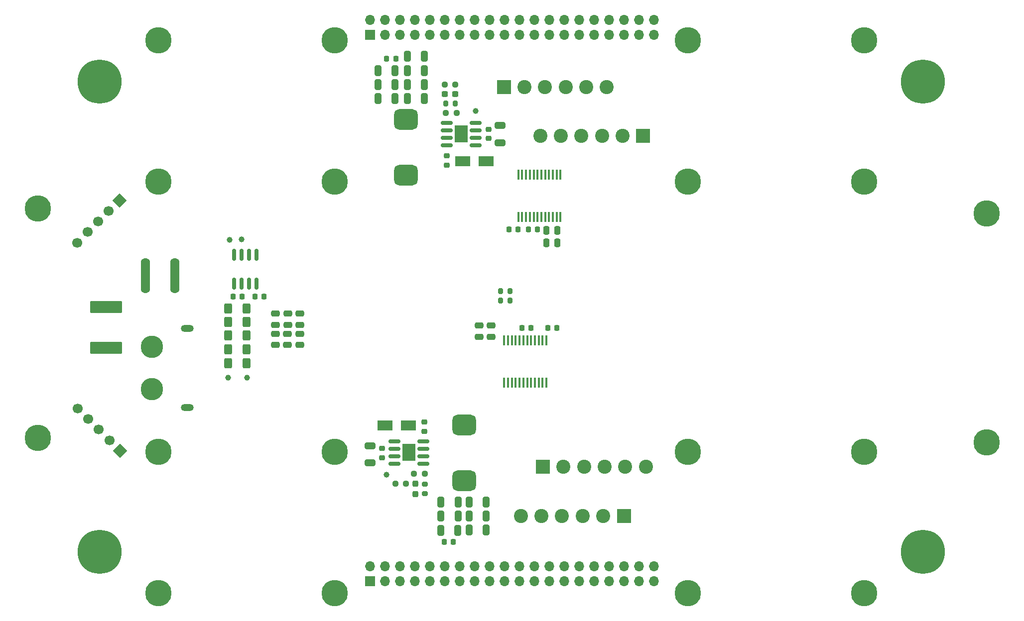
<source format=gbr>
%TF.GenerationSoftware,KiCad,Pcbnew,(6.0.9)*%
%TF.CreationDate,2023-02-26T12:01:52+02:00*%
%TF.ProjectId,Power,506f7765-722e-46b6-9963-61645f706362,rev?*%
%TF.SameCoordinates,Original*%
%TF.FileFunction,Soldermask,Bot*%
%TF.FilePolarity,Negative*%
%FSLAX46Y46*%
G04 Gerber Fmt 4.6, Leading zero omitted, Abs format (unit mm)*
G04 Created by KiCad (PCBNEW (6.0.9)) date 2023-02-26 12:01:52*
%MOMM*%
%LPD*%
G01*
G04 APERTURE LIST*
G04 Aperture macros list*
%AMRoundRect*
0 Rectangle with rounded corners*
0 $1 Rounding radius*
0 $2 $3 $4 $5 $6 $7 $8 $9 X,Y pos of 4 corners*
0 Add a 4 corners polygon primitive as box body*
4,1,4,$2,$3,$4,$5,$6,$7,$8,$9,$2,$3,0*
0 Add four circle primitives for the rounded corners*
1,1,$1+$1,$2,$3*
1,1,$1+$1,$4,$5*
1,1,$1+$1,$6,$7*
1,1,$1+$1,$8,$9*
0 Add four rect primitives between the rounded corners*
20,1,$1+$1,$2,$3,$4,$5,0*
20,1,$1+$1,$4,$5,$6,$7,0*
20,1,$1+$1,$6,$7,$8,$9,0*
20,1,$1+$1,$8,$9,$2,$3,0*%
%AMHorizOval*
0 Thick line with rounded ends*
0 $1 width*
0 $2 $3 position (X,Y) of the first rounded end (center of the circle)*
0 $4 $5 position (X,Y) of the second rounded end (center of the circle)*
0 Add line between two ends*
20,1,$1,$2,$3,$4,$5,0*
0 Add two circle primitives to create the rounded ends*
1,1,$1,$2,$3*
1,1,$1,$4,$5*%
%AMRotRect*
0 Rectangle, with rotation*
0 The origin of the aperture is its center*
0 $1 length*
0 $2 width*
0 $3 Rotation angle, in degrees counterclockwise*
0 Add horizontal line*
21,1,$1,$2,0,0,$3*%
G04 Aperture macros list end*
%ADD10O,1.600000X6.000000*%
%ADD11O,2.200000X1.200000*%
%ADD12C,3.800000*%
%ADD13RotRect,1.700000X1.700000X315.000000*%
%ADD14HorizOval,1.700000X0.000000X0.000000X0.000000X0.000000X0*%
%ADD15C,7.500000*%
%ADD16C,4.700000*%
%ADD17C,4.500000*%
%ADD18R,1.700000X1.700000*%
%ADD19O,1.700000X1.700000*%
%ADD20RotRect,1.700000X1.700000X225.000000*%
%ADD21HorizOval,1.700000X0.000000X0.000000X0.000000X0.000000X0*%
%ADD22RoundRect,0.250000X-0.475000X0.250000X-0.475000X-0.250000X0.475000X-0.250000X0.475000X0.250000X0*%
%ADD23RoundRect,0.875000X-1.125000X0.875000X-1.125000X-0.875000X1.125000X-0.875000X1.125000X0.875000X0*%
%ADD24RoundRect,0.250000X-0.325000X-0.650000X0.325000X-0.650000X0.325000X0.650000X-0.325000X0.650000X0*%
%ADD25RoundRect,0.250000X0.325000X0.650000X-0.325000X0.650000X-0.325000X-0.650000X0.325000X-0.650000X0*%
%ADD26RoundRect,0.225000X-0.225000X-0.250000X0.225000X-0.250000X0.225000X0.250000X-0.225000X0.250000X0*%
%ADD27RoundRect,0.200000X0.200000X0.275000X-0.200000X0.275000X-0.200000X-0.275000X0.200000X-0.275000X0*%
%ADD28RoundRect,0.250001X2.474999X-0.799999X2.474999X0.799999X-2.474999X0.799999X-2.474999X-0.799999X0*%
%ADD29RoundRect,0.225000X0.225000X0.250000X-0.225000X0.250000X-0.225000X-0.250000X0.225000X-0.250000X0*%
%ADD30RoundRect,0.250000X0.650000X-0.325000X0.650000X0.325000X-0.650000X0.325000X-0.650000X-0.325000X0*%
%ADD31RoundRect,0.200000X-0.200000X-0.275000X0.200000X-0.275000X0.200000X0.275000X-0.200000X0.275000X0*%
%ADD32RoundRect,0.237500X-0.250000X-0.237500X0.250000X-0.237500X0.250000X0.237500X-0.250000X0.237500X0*%
%ADD33R,2.400000X2.400000*%
%ADD34C,2.400000*%
%ADD35RoundRect,0.250000X-0.400000X-0.625000X0.400000X-0.625000X0.400000X0.625000X-0.400000X0.625000X0*%
%ADD36R,0.450000X1.750000*%
%ADD37RoundRect,0.237500X0.250000X0.237500X-0.250000X0.237500X-0.250000X-0.237500X0.250000X-0.237500X0*%
%ADD38C,1.000000*%
%ADD39RoundRect,0.237500X0.237500X-0.300000X0.237500X0.300000X-0.237500X0.300000X-0.237500X-0.300000X0*%
%ADD40RoundRect,0.225000X0.250000X-0.225000X0.250000X0.225000X-0.250000X0.225000X-0.250000X-0.225000X0*%
%ADD41R,2.500000X1.800000*%
%ADD42RoundRect,0.875000X1.125000X-0.875000X1.125000X0.875000X-1.125000X0.875000X-1.125000X-0.875000X0*%
%ADD43RoundRect,0.225000X-0.250000X0.225000X-0.250000X-0.225000X0.250000X-0.225000X0.250000X0.225000X0*%
%ADD44RoundRect,0.200000X0.275000X-0.200000X0.275000X0.200000X-0.275000X0.200000X-0.275000X-0.200000X0*%
%ADD45RoundRect,0.250000X0.475000X-0.250000X0.475000X0.250000X-0.475000X0.250000X-0.475000X-0.250000X0*%
%ADD46RoundRect,0.150000X-0.150000X0.825000X-0.150000X-0.825000X0.150000X-0.825000X0.150000X0.825000X0*%
%ADD47RoundRect,0.150000X-0.825000X-0.150000X0.825000X-0.150000X0.825000X0.150000X-0.825000X0.150000X0*%
%ADD48R,2.290000X3.000000*%
%ADD49RoundRect,0.237500X0.300000X0.237500X-0.300000X0.237500X-0.300000X-0.237500X0.300000X-0.237500X0*%
%ADD50RoundRect,0.250000X0.250000X0.475000X-0.250000X0.475000X-0.250000X-0.475000X0.250000X-0.475000X0*%
%ADD51RoundRect,0.150000X0.825000X0.150000X-0.825000X0.150000X-0.825000X-0.150000X0.825000X-0.150000X0*%
%ADD52RoundRect,0.250000X-0.650000X0.325000X-0.650000X-0.325000X0.650000X-0.325000X0.650000X0.325000X0*%
G04 APERTURE END LIST*
D10*
%TO.C,SW1*%
X57820000Y-98020000D03*
X52820000Y-98020000D03*
%TD*%
D11*
%TO.C,J1*%
X59910000Y-106959936D03*
X59910000Y-120460064D03*
D12*
X53910000Y-110110051D03*
X53910000Y-117309949D03*
%TD*%
D13*
%TO.C,J8*%
X48400000Y-85200000D03*
D14*
X46603949Y-86996051D03*
X44807898Y-88792102D03*
X43011846Y-90588154D03*
X41215795Y-92384205D03*
%TD*%
D15*
%TO.C,H3*%
X45000000Y-65000000D03*
D16*
X45000000Y-65000000D03*
%TD*%
%TO.C,H1*%
X185000000Y-145000000D03*
D15*
X185000000Y-145000000D03*
%TD*%
D17*
%TO.C,H9*%
X195800000Y-126400000D03*
%TD*%
D16*
%TO.C,H4*%
X45000000Y-145000000D03*
D15*
X45000000Y-145000000D03*
%TD*%
D18*
%TO.C,J6*%
X91000000Y-57000000D03*
D19*
X91000000Y-54460000D03*
X93540000Y-57000000D03*
X93540000Y-54460000D03*
X96080000Y-57000000D03*
X96080000Y-54460000D03*
X98620000Y-57000000D03*
X98620000Y-54460000D03*
X101160000Y-57000000D03*
X101160000Y-54460000D03*
X103700000Y-57000000D03*
X103700000Y-54460000D03*
X106240000Y-57000000D03*
X106240000Y-54460000D03*
X108780000Y-57000000D03*
X108780000Y-54460000D03*
X111320000Y-57000000D03*
X111320000Y-54460000D03*
X113860000Y-57000000D03*
X113860000Y-54460000D03*
X116400000Y-57000000D03*
X116400000Y-54460000D03*
X118940000Y-57000000D03*
X118940000Y-54460000D03*
X121480000Y-57000000D03*
X121480000Y-54460000D03*
X124020000Y-57000000D03*
X124020000Y-54460000D03*
X126560000Y-57000000D03*
X126560000Y-54460000D03*
X129100000Y-57000000D03*
X129100000Y-54460000D03*
X131640000Y-57000000D03*
X131640000Y-54460000D03*
X134180000Y-57000000D03*
X134180000Y-54460000D03*
X136720000Y-57000000D03*
X136720000Y-54460000D03*
X139260000Y-57000000D03*
X139260000Y-54460000D03*
%TD*%
D17*
%TO.C,H11*%
X195800000Y-87400000D03*
%TD*%
%TO.C,H10*%
X34500000Y-125600000D03*
%TD*%
D20*
%TO.C,J9*%
X48500000Y-127800000D03*
D21*
X46703949Y-126003949D03*
X44907898Y-124207898D03*
X43111846Y-122411846D03*
X41315795Y-120615795D03*
%TD*%
D17*
%TO.C,H12*%
X34500000Y-86600000D03*
%TD*%
D15*
%TO.C,H2*%
X185000000Y-65000000D03*
D16*
X185000000Y-65000000D03*
%TD*%
D18*
%TO.C,J7*%
X91000000Y-150000000D03*
D19*
X91000000Y-147460000D03*
X93540000Y-150000000D03*
X93540000Y-147460000D03*
X96080000Y-150000000D03*
X96080000Y-147460000D03*
X98620000Y-150000000D03*
X98620000Y-147460000D03*
X101160000Y-150000000D03*
X101160000Y-147460000D03*
X103700000Y-150000000D03*
X103700000Y-147460000D03*
X106240000Y-150000000D03*
X106240000Y-147460000D03*
X108780000Y-150000000D03*
X108780000Y-147460000D03*
X111320000Y-150000000D03*
X111320000Y-147460000D03*
X113860000Y-150000000D03*
X113860000Y-147460000D03*
X116400000Y-150000000D03*
X116400000Y-147460000D03*
X118940000Y-150000000D03*
X118940000Y-147460000D03*
X121480000Y-150000000D03*
X121480000Y-147460000D03*
X124020000Y-150000000D03*
X124020000Y-147460000D03*
X126560000Y-150000000D03*
X126560000Y-147460000D03*
X129100000Y-150000000D03*
X129100000Y-147460000D03*
X131640000Y-150000000D03*
X131640000Y-147460000D03*
X134180000Y-150000000D03*
X134180000Y-147460000D03*
X136720000Y-150000000D03*
X136720000Y-147460000D03*
X139260000Y-150000000D03*
X139260000Y-147460000D03*
%TD*%
D22*
%TO.C,C3*%
X79100000Y-107900000D03*
X79100000Y-109800000D03*
%TD*%
D23*
%TO.C,L1*%
X107025000Y-123400000D03*
X107025000Y-132900000D03*
%TD*%
D22*
%TO.C,C10*%
X111600000Y-106500000D03*
X111600000Y-108400000D03*
%TD*%
D24*
%TO.C,C29*%
X97325000Y-63100000D03*
X100275000Y-63100000D03*
%TD*%
D25*
%TO.C,C18*%
X105975000Y-138900000D03*
X103025000Y-138900000D03*
%TD*%
D26*
%TO.C,C2*%
X71425000Y-101600000D03*
X72975000Y-101600000D03*
%TD*%
D27*
%TO.C,R4*%
X105525000Y-68700000D03*
X103875000Y-68700000D03*
%TD*%
D28*
%TO.C,F1*%
X46100000Y-110275000D03*
X46100000Y-103325000D03*
%TD*%
D22*
%TO.C,C39*%
X76990000Y-107900000D03*
X76990000Y-109800000D03*
%TD*%
D29*
%TO.C,C8*%
X116175000Y-90100000D03*
X114625000Y-90100000D03*
%TD*%
D26*
%TO.C,C4*%
X116825000Y-106900000D03*
X118375000Y-106900000D03*
%TD*%
D30*
%TO.C,C24*%
X113125000Y-75370000D03*
X113125000Y-72420000D03*
%TD*%
D31*
%TO.C,R1*%
X113175000Y-100600000D03*
X114825000Y-100600000D03*
%TD*%
D32*
%TO.C,R6*%
X103887500Y-70300000D03*
X105712500Y-70300000D03*
%TD*%
D33*
%TO.C,J3*%
X113750000Y-65900000D03*
D34*
X117250000Y-65900000D03*
X120750000Y-65900000D03*
X124250000Y-65900000D03*
X127750000Y-65900000D03*
X131250000Y-65900000D03*
%TD*%
D35*
%TO.C,R9*%
X66900000Y-110500000D03*
X70000000Y-110500000D03*
%TD*%
D36*
%TO.C,U1*%
X116225000Y-80800000D03*
X116875000Y-80800000D03*
X117525000Y-80800000D03*
X118175000Y-80800000D03*
X118825000Y-80800000D03*
X119475000Y-80800000D03*
X120125000Y-80800000D03*
X120775000Y-80800000D03*
X121425000Y-80800000D03*
X122075000Y-80800000D03*
X122725000Y-80800000D03*
X123375000Y-80800000D03*
X123375000Y-88000000D03*
X122725000Y-88000000D03*
X122075000Y-88000000D03*
X121425000Y-88000000D03*
X120775000Y-88000000D03*
X120125000Y-88000000D03*
X119475000Y-88000000D03*
X118825000Y-88000000D03*
X118175000Y-88000000D03*
X117525000Y-88000000D03*
X116875000Y-88000000D03*
X116225000Y-88000000D03*
%TD*%
D37*
%TO.C,R5*%
X100312500Y-131700000D03*
X98487500Y-131700000D03*
%TD*%
D38*
%TO.C,TP6*%
X69200000Y-91800000D03*
%TD*%
D35*
%TO.C,R7*%
X66900000Y-108200000D03*
X70000000Y-108200000D03*
%TD*%
D24*
%TO.C,C30*%
X97325000Y-60700000D03*
X100275000Y-60700000D03*
%TD*%
D39*
%TO.C,C16*%
X98700000Y-135162500D03*
X98700000Y-133437500D03*
%TD*%
D36*
%TO.C,U2*%
X120975000Y-116200000D03*
X120325000Y-116200000D03*
X119675000Y-116200000D03*
X119025000Y-116200000D03*
X118375000Y-116200000D03*
X117725000Y-116200000D03*
X117075000Y-116200000D03*
X116425000Y-116200000D03*
X115775000Y-116200000D03*
X115125000Y-116200000D03*
X114475000Y-116200000D03*
X113825000Y-116200000D03*
X113825000Y-109000000D03*
X114475000Y-109000000D03*
X115125000Y-109000000D03*
X115775000Y-109000000D03*
X116425000Y-109000000D03*
X117075000Y-109000000D03*
X117725000Y-109000000D03*
X118375000Y-109000000D03*
X119025000Y-109000000D03*
X119675000Y-109000000D03*
X120325000Y-109000000D03*
X120975000Y-109000000D03*
%TD*%
D40*
%TO.C,C23*%
X104025000Y-79170000D03*
X104025000Y-77620000D03*
%TD*%
D38*
%TO.C,TP5*%
X67100000Y-91900000D03*
%TD*%
D41*
%TO.C,D1*%
X93525000Y-123500000D03*
X97525000Y-123500000D03*
%TD*%
D42*
%TO.C,L2*%
X97125000Y-80945000D03*
X97125000Y-71445000D03*
%TD*%
D43*
%TO.C,C14*%
X93025000Y-127425000D03*
X93025000Y-128975000D03*
%TD*%
D44*
%TO.C,R3*%
X100300000Y-135125000D03*
X100300000Y-133475000D03*
%TD*%
D33*
%TO.C,J5*%
X134150000Y-138900000D03*
D34*
X130650000Y-138900000D03*
X127150000Y-138900000D03*
X123650000Y-138900000D03*
X120150000Y-138900000D03*
X116650000Y-138900000D03*
%TD*%
D24*
%TO.C,C17*%
X107825000Y-141300000D03*
X110775000Y-141300000D03*
%TD*%
D45*
%TO.C,C37*%
X79110000Y-106350000D03*
X79110000Y-104450000D03*
%TD*%
D32*
%TO.C,R11*%
X103687500Y-65500000D03*
X105512500Y-65500000D03*
%TD*%
D45*
%TO.C,C35*%
X77000000Y-106350000D03*
X77000000Y-104450000D03*
%TD*%
D29*
%TO.C,C1*%
X69275000Y-101600000D03*
X67725000Y-101600000D03*
%TD*%
D46*
%TO.C,U5*%
X67895000Y-94425000D03*
X69165000Y-94425000D03*
X70435000Y-94425000D03*
X71705000Y-94425000D03*
X71705000Y-99375000D03*
X70435000Y-99375000D03*
X69165000Y-99375000D03*
X67895000Y-99375000D03*
%TD*%
D37*
%TO.C,R10*%
X97112500Y-133400000D03*
X95287500Y-133400000D03*
%TD*%
D38*
%TO.C,TP4*%
X70100000Y-115400000D03*
%TD*%
D29*
%TO.C,C34*%
X95375000Y-61100000D03*
X93825000Y-61100000D03*
%TD*%
D17*
%TO.C,H6*%
X175000000Y-58000000D03*
X145000000Y-58000000D03*
X175000000Y-82000000D03*
X145000000Y-82000000D03*
%TD*%
D40*
%TO.C,C25*%
X111125000Y-74670000D03*
X111125000Y-73120000D03*
%TD*%
D31*
%TO.C,R8*%
X113185000Y-102250000D03*
X114835000Y-102250000D03*
%TD*%
D43*
%TO.C,C12*%
X100225000Y-122925000D03*
X100225000Y-124475000D03*
%TD*%
D26*
%TO.C,C11*%
X121225000Y-106900000D03*
X122775000Y-106900000D03*
%TD*%
D47*
%TO.C,U4*%
X104050000Y-75800000D03*
X104050000Y-74530000D03*
X104050000Y-73260000D03*
X104050000Y-71990000D03*
X109000000Y-71990000D03*
X109000000Y-73260000D03*
X109000000Y-74530000D03*
X109000000Y-75800000D03*
D48*
X106525000Y-73895000D03*
%TD*%
D22*
%TO.C,C9*%
X109550000Y-106500000D03*
X109550000Y-108400000D03*
%TD*%
D35*
%TO.C,R12*%
X66900000Y-105900000D03*
X70000000Y-105900000D03*
%TD*%
D25*
%TO.C,C19*%
X105955000Y-141320000D03*
X103005000Y-141320000D03*
%TD*%
D45*
%TO.C,C36*%
X74900000Y-106350000D03*
X74900000Y-104450000D03*
%TD*%
D38*
%TO.C,TP3*%
X66900000Y-115400000D03*
%TD*%
%TO.C,TP2*%
X109000000Y-70000000D03*
%TD*%
D22*
%TO.C,C38*%
X74900000Y-107900000D03*
X74900000Y-109800000D03*
%TD*%
D49*
%TO.C,C26*%
X105462500Y-67100000D03*
X103737500Y-67100000D03*
%TD*%
D33*
%TO.C,J4*%
X120400000Y-130500000D03*
D34*
X123900000Y-130500000D03*
X127400000Y-130500000D03*
X130900000Y-130500000D03*
X134400000Y-130500000D03*
X137900000Y-130500000D03*
%TD*%
D25*
%TO.C,C33*%
X95275000Y-67900000D03*
X92325000Y-67900000D03*
%TD*%
%TO.C,C31*%
X95275000Y-63100000D03*
X92325000Y-63100000D03*
%TD*%
D38*
%TO.C,TP1*%
X93800000Y-131900000D03*
%TD*%
D24*
%TO.C,C28*%
X97325000Y-65500000D03*
X100275000Y-65500000D03*
%TD*%
D25*
%TO.C,C32*%
X95275000Y-65500000D03*
X92325000Y-65500000D03*
%TD*%
D33*
%TO.C,J2*%
X137450000Y-74200000D03*
D34*
X133950000Y-74200000D03*
X130450000Y-74200000D03*
X126950000Y-74200000D03*
X123450000Y-74200000D03*
X119950000Y-74200000D03*
%TD*%
D17*
%TO.C,H8*%
X85000000Y-152000000D03*
X55000000Y-128000000D03*
X85000000Y-128000000D03*
X55000000Y-152000000D03*
%TD*%
D35*
%TO.C,R13*%
X66900000Y-103600000D03*
X70000000Y-103600000D03*
%TD*%
D24*
%TO.C,C22*%
X107825000Y-136500000D03*
X110775000Y-136500000D03*
%TD*%
D50*
%TO.C,C6*%
X122850000Y-92400000D03*
X120950000Y-92400000D03*
%TD*%
D17*
%TO.C,H5*%
X55000000Y-82000000D03*
X55000000Y-58000000D03*
X85000000Y-82000000D03*
X85000000Y-58000000D03*
%TD*%
D24*
%TO.C,C27*%
X97325000Y-67900000D03*
X100275000Y-67900000D03*
%TD*%
%TO.C,C20*%
X107825000Y-138890000D03*
X110775000Y-138890000D03*
%TD*%
D51*
%TO.C,U3*%
X100100000Y-126195000D03*
X100100000Y-127465000D03*
X100100000Y-128735000D03*
X100100000Y-130005000D03*
X95150000Y-130005000D03*
X95150000Y-128735000D03*
X95150000Y-127465000D03*
X95150000Y-126195000D03*
D48*
X97625000Y-128100000D03*
%TD*%
D29*
%TO.C,C21*%
X105175000Y-143300000D03*
X103625000Y-143300000D03*
%TD*%
D25*
%TO.C,C15*%
X105975000Y-136500000D03*
X103025000Y-136500000D03*
%TD*%
D17*
%TO.C,H7*%
X145000000Y-128000000D03*
X175000000Y-128000000D03*
X175000000Y-152000000D03*
X145000000Y-152000000D03*
%TD*%
D35*
%TO.C,R2*%
X66900000Y-112900000D03*
X70000000Y-112900000D03*
%TD*%
D29*
%TO.C,C5*%
X119450000Y-90100000D03*
X117900000Y-90100000D03*
%TD*%
D52*
%TO.C,C13*%
X91025000Y-126925000D03*
X91025000Y-129875000D03*
%TD*%
D50*
%TO.C,C7*%
X122850000Y-90300000D03*
X120950000Y-90300000D03*
%TD*%
D41*
%TO.C,D2*%
X110725000Y-78495000D03*
X106725000Y-78495000D03*
%TD*%
M02*

</source>
